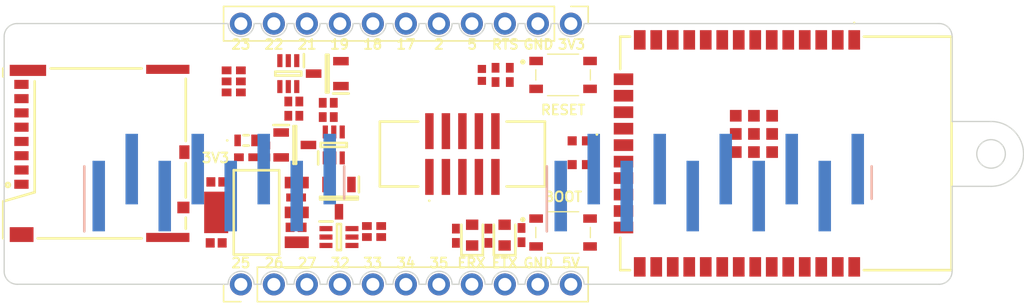
<source format=kicad_pcb>
(kicad_pcb (version 20211014) (generator pcbnew)
  (layers (0 "F.Cu" signal) (31 "B.Cu" signal) (34 "B.Paste" user) (35 "F.Paste" user) (36 "B.SilkS" user "B.Silkscreen") (37 "F.SilkS" user "F.Silkscreen") (38 "B.Mask" user) (39 "F.Mask" user) (44 "Edge.Cuts" user))
  (net 0 "")
  (net 1 "GND")
  (net 2 "RESET")
  (net 3 "+3V3")
  (net 4 "+5V")
  (net 5 "+LDO_3V3")
  (net 7 "GPIO39")
  (net 8 "GPIO34")
  (net 9 "GPIO35")
  (net 10 "GPIO32")
  (net 11 "GPIO33")
  (net 12 "GPIO25")
  (net 13 "GPIO26")
  (net 14 "GPIO27")
  (net 15 "TMS")
  (net 16 "TDI")
  (net 17 "TCK")
  (net 24 "TDO")
  (net 25 "GPIO02")
  (net 26 "Net-(IC1-Pad25)")
  (net 27 "GPIO04")
  (net 28 "GPIO16")
  (net 29 "GPIO17")
  (net 30 "GPIO05")
  (net 31 "GPIO18")
  (net 32 "GPIO19")
  (net 34 "GPIO21")
  (net 35 "TX")
  (net 36 "RX")
  (net 37 "GPIO22")
  (net 38 "GPIO23")
  (net 39 "Net-(IC2-Pad1)")
  (net 40 "+ext_3V3")
  (net 41 "Net-(IC4-Pad1)")
  (net 42 "Net-(IC5-Pad1)")
  (net 43 "+ext_5V")
  (net 44 "FLP_GPIO_0")
  (net 45 "GPIO36")
  (net 46 "GPIO017")
  (net 49 "Net-(J6-Pad2)")
  (net 50 "Net-(J6-Pad3)")
  (net 51 "Net-(J6-Pad5)")
  (net 54 "Net-(LED1-Pad3)")
  (net 55 "Net-(LED2-Pad2)")
  (net 56 "Net-(LED3-Pad2)")
  (net 57 "Net-(LED4-Pad1)")
  (net 58 "Net-(R7-Pad2)")
  (net 59 "Net-(R9-Pad2)")
  (net 60 "Net-(R11-Pad2)")
  (footprint "SamacSys_Parts:RESC1005X40N" (layer "F.Cu") (at 135.65 96.5 -90)
    (fp_text reference "R10" hide)
    (fp_text value "100K" hide)
    (pad "1" smd rect locked (at -0.55 0) (size 0.6 0.75) (layers "F.Cu" "F.Paste" "F.Mask") (net 1 "GND"))
    (pad "2" smd rect locked (at 0.55 0) (size 0.6 0.75) (layers "F.Cu" "F.Paste" "F.Mask") (net 41 "Net-(IC4-Pad1)"))
  )
  (footprint "SamacSys_Parts:RESC1005X40N" (layer "F.Cu") (at 129.75 100.15 180)
    (fp_text reference "R15" hide)
    (fp_text value "1K" hide)
    (pad "1" smd rect locked (at -0.55 0 270) (size 0.6 0.75) (layers "F.Cu" "F.Paste" "F.Mask") (net 3 "+3V3"))
    (pad "2" smd rect locked (at 0.55 0 270) (size 0.6 0.75) (layers "F.Cu" "F.Paste" "F.Mask") (net 57 "Net-(LED4-Pad1)"))
  )
  (footprint "SamacSys_Parts:RESC1005X40N" (layer "F.Cu") (at 150.95 106.15 -90)
    (fp_text reference "R6" hide)
    (fp_text value "10k" hide)
    (pad "1" smd rect locked (at -0.55 0) (size 0.6 0.75) (layers "F.Cu" "F.Paste" "F.Mask") (net 26 "Net-(IC1-Pad25)"))
    (pad "2" smd rect locked (at 0.55 0) (size 0.6 0.75) (layers "F.Cu" "F.Paste" "F.Mask") (net 3 "+3V3"))
  )
  (footprint "SamacSys_Parts:RESC1005X40N" (layer "F.Cu") (at 128.8 95.15 180)
    (fp_text reference "R5" hide)
    (fp_text value "1K" hide)
    (pad "1" smd rect locked (at -0.55 0 270) (size 0.6 0.75) (layers "F.Cu" "F.Paste" "F.Mask") (net 31 "GPIO18"))
    (pad "2" smd rect locked (at 0.55 0 270) (size 0.6 0.75) (layers "F.Cu" "F.Paste" "F.Mask") (net 51 "Net-(J6-Pad5)"))
  )
  (footprint "SamacSys_Parts:SOT96P240X120-3N" (layer "F.Cu") (at 136 93.7 180)
    (fp_text reference "IC2" hide)
    (fp_text value "DMP1045U-7" hide)
    (fp_line (start -0.1 1.45) (end -0.1 -1.45) (layer "F.SilkS") (width 0.2))
    (fp_line (start 0.1 1.45) (end -0.1 1.45) (layer "F.SilkS") (width 0.2))
    (fp_line (start -0.1 -1.45) (end 0.1 -1.45) (layer "F.SilkS") (width 0.2))
    (fp_line (start 0.1 -1.45) (end 0.1 1.45) (layer "F.SilkS") (width 0.2))
    (fp_line (start -1.65 -1.535) (end -0.45 -1.535) (layer "F.SilkS") (width 0.2))
    (pad "1" smd rect locked (at -1.05 -0.96 270) (size 0.65 1.2) (layers "F.Cu" "F.Paste" "F.Mask") (net 39 "Net-(IC2-Pad1)"))
    (pad "2" smd rect locked (at -1.05 0.96 270) (size 0.65 1.2) (layers "F.Cu" "F.Paste" "F.Mask") (net 3 "+3V3"))
    (pad "3" smd rect locked (at 1.05 0 270) (size 0.65 1.2) (layers "F.Cu" "F.Paste" "F.Mask") (net 40 "+ext_3V3"))
  )
  (footprint "SamacSys_Parts:SOT96P240X120-3N" (layer "F.Cu") (at 133.5 99.2)
    (fp_text reference "IC4" hide)
    (fp_text value "DMP1045U-7" hide)
    (fp_line (start 0.1 -1.45) (end 0.1 1.45) (layer "F.SilkS") (width 0.2))
    (fp_line (start 0.1 1.45) (end -0.1 1.45) (layer "F.SilkS") (width 0.2))
    (fp_line (start -0.1 -1.45) (end 0.1 -1.45) (layer "F.SilkS") (width 0.2))
    (fp_line (start -1.65 -1.535) (end -0.45 -1.535) (layer "F.SilkS") (width 0.2))
    (fp_line (start -0.1 1.45) (end -0.1 -1.45) (layer "F.SilkS") (width 0.2))
    (pad "1" smd rect locked (at -1.05 -0.96 90) (size 0.65 1.2) (layers "F.Cu" "F.Paste" "F.Mask") (net 41 "Net-(IC4-Pad1)"))
    (pad "2" smd rect locked (at -1.05 0.96 90) (size 0.65 1.2) (layers "F.Cu" "F.Paste" "F.Mask") (net 3 "+3V3"))
    (pad "3" smd rect locked (at 1.05 0 90) (size 0.65 1.2) (layers "F.Cu" "F.Paste" "F.Mask") (net 5 "+LDO_3V3"))
  )
  (footprint "Connector_PinHeader_2.54mm:PinHeader_1x11_P2.54mm_Vertical" (layer "F.Cu") (at 154.75 89.85 -90)
    (fp_text reference "J4" hide)
    (fp_text value "Conn_01x11" hide)
    (fp_line (start 1.33 1.27) (end 1.33 26.73) (layer "F.SilkS") (width 0.12))
    (fp_line (start -1.33 1.27) (end -1.33 26.73) (layer "F.SilkS") (width 0.12))
    (fp_line (start -1.33 26.73) (end 1.33 26.73) (layer "F.SilkS") (width 0.12))
    (fp_line (start -1.33 -1.33) (end 0 -1.33) (layer "F.SilkS") (width 0.12))
    (fp_line (start -1.33 1.27) (end 1.33 1.27) (layer "F.SilkS") (width 0.12))
    (fp_line (start -1.33 0) (end -1.33 -1.33) (layer "F.SilkS") (width 0.12))
    (pad "1" thru_hole circle (at 0 0 270) (size 1.7 1.7) (drill 1) (layers *.Cu *.Mask) (net 3 "+3V3"))
    (pad "2" thru_hole oval (at 0 2.54 270) (size 1.7 1.7) (drill 1) (layers *.Cu *.Mask) (net 1 "GND"))
    (pad "3" thru_hole oval (at 0 5.08 270) (size 1.7 1.7) (drill 1) (layers *.Cu *.Mask) (net 44 "FLP_GPIO_0"))
    (pad "4" thru_hole oval (at 0 7.62 270) (size 1.7 1.7) (drill 1) (layers *.Cu *.Mask) (net 30 "GPIO05"))
    (pad "5" thru_hole oval (at 0 10.16 270) (size 1.7 1.7) (drill 1) (layers *.Cu *.Mask) (net 25 "GPIO02"))
    (pad "6" thru_hole oval (at 0 12.7 270) (size 1.7 1.7) (drill 1) (layers *.Cu *.Mask) (net 29 "GPIO17"))
    (pad "7" thru_hole oval (at 0 15.24 270) (size 1.7 1.7) (drill 1) (layers *.Cu *.Mask) (net 31 "GPIO18"))
    (pad "8" thru_hole oval (at 0 17.78 270) (size 1.7 1.7) (drill 1) (layers *.Cu *.Mask) (net 32 "GPIO19"))
    (pad "9" thru_hole oval (at 0 20.32 270) (size 1.7 1.7) (drill 1) (layers *.Cu *.Mask) (net 34 "GPIO21"))
    (pad "10" thru_hole oval (at 0 22.86 270) (size 1.7 1.7) (drill 1) (layers *.Cu *.Mask) (net 37 "GPIO22"))
    (pad "11" thru_hole oval (at 0 25.4 270) (size 1.7 1.7) (drill 1) (layers *.Cu *.Mask) (net 38 "GPIO23"))
  )
  (footprint "SamacSys_Parts:CAPC1005X80N" (layer "F.Cu") (at 127.5 102.05)
    (fp_text reference "C2" hide)
    (fp_text value "22uF" hide)
    (pad "1" smd rect locked (at -0.46 0) (size 0.69 0.72) (layers "F.Cu" "F.Paste" "F.Mask") (net 1 "GND"))
    (pad "2" smd rect locked (at 0.46 0) (size 0.69 0.72) (layers "F.Cu" "F.Paste" "F.Mask") (net 3 "+3V3"))
  )
  (footprint "SamacSys_Parts:503398-1892" (layer "F.Cu") (at 111.06 106.4 90)
    (fp_text reference "J6" hide)
    (fp_text value "503398-1892" hide)
    (fp_line (start 0 0) (end 2.849 0) (layer "F.SilkS") (width 0.2))
    (fp_line (start 13.1 0) (end 12.474 0) (layer "F.SilkS") (width 0.2))
    (fp_line (start 7.5 14.05) (end 12.3 14.05) (layer "F.SilkS") (width 0.2))
    (fp_line (start 13.1 3.65) (end 13.1 10.65) (layer "F.SilkS") (width 0.2))
    (fp_line (start 3.15 14.05) (end 5.8 14.05) (layer "F.SilkS") (width 0.2))
    (fp_line (start 2.849 0) (end 3.554 2.42) (layer "F.SilkS") (width 0.2))
    (fp_line (start 0.74 14.05) (end 1.6 14.05) (layer "F.SilkS") (width 0.2))
    (fp_line (start 3.554 2.42) (end 12.109 2.42) (layer "F.SilkS") (width 0.2))
    (fp_line (start 0 2.65) (end 0 10.648) (layer "F.SilkS") (width 0.2))
    (fp_circle (center 4.116 0.356) (end 4.116 0.41057) (layer "F.SilkS") (width 0.2) (fill none))
    (pad "1" smd rect locked (at 4.17 1.4 90) (size 0.7 1.1) (layers "F.Cu" "F.Paste" "F.Mask"))
    (pad "2" smd rect locked (at 5.27 1.4 90) (size 0.7 1.1) (layers "F.Cu" "F.Paste" "F.Mask") (net 49 "Net-(J6-Pad2)"))
    (pad "3" smd rect locked (at 6.37 1.4 90) (size 0.7 1.1) (layers "F.Cu" "F.Paste" "F.Mask") (net 50 "Net-(J6-Pad3)"))
    (pad "4" smd rect locked (at 7.47 1.4 90) (size 0.7 1.1) (layers "F.Cu" "F.Paste" "F.Mask") (net 3 "+3V3"))
    (pad "5" smd rect locked (at 8.57 1.4 90) (size 0.7 1.1) (layers "F.Cu" "F.Paste" "F.Mask") (net 51 "Net-(J6-Pad5)"))
    (pad "6" smd rect locked (at 9.67 1.4 90) (size 0.7 1.1) (layers "F.Cu" "F.Paste" "F.Mask") (net 1 "GND"))
    (pad "7" smd rect locked (at 10.77 1.4 90) (size 0.7 1.1) (layers "F.Cu" "F.Paste" "F.Mask") (net 32 "GPIO19"))
    (pad "8" smd rect locked (at 11.87 1.4 90) (size 0.7 1.1) (layers "F.Cu" "F.Paste" "F.Mask"))
    (pad "9" smd rect locked (at 2.38 13.865 90) (size 0.9 0.93) (layers "F.Cu" "F.Paste" "F.Mask") (net 1 "GND"))
    (pad "10" smd rect locked (at 6.645 13.94 180) (size 0.78 1.05) (layers "F.Cu" "F.Paste" "F.Mask") (net 1 "GND"))
    (pad "11" smd rect locked (at 13.03 12.665 90) (size 0.7 3.33) (layers "F.Cu" "F.Paste" "F.Mask"))
    (pad "12" smd rect locked (at 12.95 1.9 90) (size 0.86 2.8) (layers "F.Cu" "F.Paste" "F.Mask"))
    (pad "13" smd rect locked (at 0.29 1.415 90) (size 1.14 1.83) (layers "F.Cu" "F.Paste" "F.Mask"))
    (pad "14" smd rect locked (at 0.07 12.665 90) (size 0.7 3.33) (layers "F.Cu" "F.Paste" "F.Mask"))
  )
  (footprint "SamacSys_Parts:WS2812B2020" (layer "F.Cu") (at 155.4 99.8 90)
    (fp_text reference "LED1" hide)
    (fp_text value "WS2812B-2020" hide)
    (fp_line (start 1.4 1.3) (end 1.4 1.3) (layer "F.SilkS") (width 0.1))
    (fp_line (start 1.4 1.4) (end 1.4 1.4) (layer "F.SilkS") (width 0.1))
    (fp_arc (start 1.4 1.3) (mid 1.45 1.35) (end 1.4 1.4) (layer "F.SilkS") (width 0.1))
    (fp_arc (start 1.4 1.4) (mid 1.35 1.35) (end 1.4 1.3) (layer "F.SilkS") (width 0.1))
    (pad "1" smd rect locked (at 0.915 0.55 180) (size 0.7 0.7) (layers "F.Cu" "F.Paste" "F.Mask"))
    (pad "2" smd rect locked (at 0.915 -0.55 180) (size 0.7 0.7) (layers "F.Cu" "F.Paste" "F.Mask") (net 1 "GND"))
    (pad "3" smd rect locked (at -0.915 -0.55 180) (size 0.7 0.7) (layers "F.Cu" "F.Paste" "F.Mask") (net 54 "Net-(LED1-Pad3)"))
    (pad "4" smd rect locked (at -0.915 0.55 180) (size 0.7 0.7) (layers "F.Cu" "F.Paste" "F.Mask") (net 4 "+5V"))
  )
  (footprint "SamacSys_Parts:RESC1005X40N" (layer "F.Cu") (at 128.8 93.45 180)
    (fp_text reference "R4" hide)
    (fp_text value "1K" hide)
    (pad "1" smd rect locked (at -0.55 0 270) (size 0.6 0.75) (layers "F.Cu" "F.Paste" "F.Mask") (net 38 "GPIO23"))
    (pad "2" smd rect locked (at 0.55 0 270) (size 0.6 0.75) (layers "F.Cu" "F.Paste" "F.Mask") (net 50 "Net-(J6-Pad3)"))
  )
  (footprint "SamacSys_Parts:CAPC1005X70N" (layer "F.Cu") (at 133.6 105.55)
    (fp_text reference "C6" hide)
    (fp_text value "10uF" hide)
    (pad "1" smd rect locked (at -0.46 0) (size 0.69 0.72) (layers "F.Cu" "F.Paste" "F.Mask") (net 1 "GND"))
    (pad "2" smd rect locked (at 0.46 0) (size 0.69 0.72) (layers "F.Cu" "F.Paste" "F.Mask") (net 4 "+5V"))
  )
  (footprint "SamacSys_Parts:ESP32WROOM32EN4" (layer "F.Cu") (at 171.3 99.85 -90)
    (fp_text reference "IC1" hide)
    (fp_text value "ESP32-WROOM-32E-N4" hide)
    (fp_line (start -10 -5.26) (end -10 -5.26) (layer "F.SilkS") (width 0.1))
    (fp_line (start -9 12.75) (end -9 12) (layer "F.SilkS") (width 0.2))
    (fp_line (start -9 -6) (end -9 -12.75) (layer "F.SilkS") (width 0.2))
    (fp_line (start 9 -12.75) (end 9 -6) (layer "F.SilkS") (width 0.2))
    (fp_line (start 9 12.75) (end 6.5 12.75) (layer "F.SilkS") (width 0.2))
    (fp_line (start -9 -12.75) (end 9 -12.75) (layer "F.SilkS") (width 0.2))
    (fp_line (start 9 12) (end 9 12.75) (layer "F.SilkS") (width 0.2))
    (fp_line (start -6.5 12.75) (end -9 12.75) (layer "F.SilkS") (width 0.2))
    (fp_line (start -10.1 -5.26) (end -10.1 -5.26) (layer "F.SilkS") (width 0.1))
    (fp_arc (start -10 -5.26) (mid -10.05 -5.21) (end -10.1 -5.26) (layer "F.SilkS") (width 0.1))
    (fp_arc (start -10.1 -5.26) (mid -10.05 -5.31) (end -10 -5.26) (layer "F.SilkS") (width 0.1))
    (pad "1" smd rect locked (at -8.75 -5.26) (size 0.9 1.5) (layers "F.Cu" "F.Paste" "F.Mask") (net 1 "GND"))
    (pad "2" smd rect locked (at -8.75 -3.99) (size 0.9 1.5) (layers "F.Cu" "F.Paste" "F.Mask") (net 3 "+3V3"))
    (pad "3" smd rect locked (at -8.75 -2.72) (size 0.9 1.5) (layers "F.Cu" "F.Paste" "F.Mask") (net 2 "RESET"))
    (pad "4" smd rect locked (at -8.75 -1.45) (size 0.9 1.5) (layers "F.Cu" "F.Paste" "F.Mask"))
    (pad "5" smd rect locked (at -8.75 -0.18) (size 0.9 1.5) (layers "F.Cu" "F.Paste" "F.Mask") (net 7 "GPIO39"))
    (pad "6" smd rect locked (at -8.75 1.09) (size 0.9 1.5) (layers "F.Cu" "F.Paste" "F.Mask") (net 8 "GPIO34"))
    (pad "7" smd rect locked (at -8.75 2.36) (size 0.9 1.5) (layers "F.Cu" "F.Paste" "F.Mask") (net 9 "GPIO35"))
    (pad "8" smd rect locked (at -8.75 3.63) (size 0.9 1.5) (layers "F.Cu" "F.Paste" "F.Mask") (net 10 "GPIO32"))
    (pad "9" smd rect locked (at -8.75 4.9) (size 0.9 1.5) (layers "F.Cu" "F.Paste" "F.Mask") (net 11 "GPIO33"))
    (pad "10" smd rect locked (at -8.75 6.17) (size 0.9 1.5) (layers "F.Cu" "F.Paste" "F.Mask") (net 12 "GPIO25"))
    (pad "11" smd rect locked (at -8.75 7.44) (size 0.9 1.5) (layers "F.Cu" "F.Paste" "F.Mask") (net 13 "GPIO26"))
    (pad "12" smd rect locked (at -8.75 8.71) (size 0.9 1.5) (layers "F.Cu" "F.Paste" "F.Mask") (net 14 "GPIO27"))
    (pad "13" smd rect locked (at -8.75 9.98) (size 0.9 1.5) (layers "F.Cu" "F.Paste" "F.Mask") (net 15 "TMS"))
    (pad "14" smd rect locked (at -8.75 11.25) (size 0.9 1.5) (layers "F.Cu" "F.Paste" "F.Mask") (net 16 "TDI"))
    (pad "15" smd rect locked (at -5.715 12.5 270) (size 0.9 1.5) (layers "F.Cu" "F.Paste" "F.Mask") (net 1 "GND"))
    (pad "16" smd rect locked (at -4.445 12.5 270) (size 0.9 1.5) (layers "F.Cu" "F.Paste" "F.Mask") (net 17 "TCK"))
    (pad "17" smd rect locked (at -3.175 12.5 270) (size 0.9 1.5) (layers "F.Cu" "F.Paste" "F.Mask"))
    (pad "18" smd rect locked (at -1.905 12.5 270) (size 0.9 1.5) (layers "F.Cu" "F.Paste" "F.Mask"))
    (pad "19" smd rect locked (at -0.635 12.5 270) (size 0.9 1.5) (layers "F.Cu" "F.Paste" "F.Mask"))
    (pad "20" smd rect locked (at 0.635 12.5 270) (size 0.9 1.5) (layers "F.Cu" "F.Paste" "F.Mask"))
    (pad "21" smd rect locked (at 1.905 12.5 270) (size 0.9 1.5) (layers "F.Cu" "F.Paste" "F.Mask"))
    (pad "22" smd rect locked (at 3.175 12.5 270) (size 0.9 1.5) (layers "F.Cu" "F.Paste" "F.Mask"))
    (pad "23" smd rect locked (at 4.445 12.5 270) (size 0.9 1.5) (layers "F.Cu" "F.Paste" "F.Mask") (net 24 "TDO"))
    (pad "24" smd rect locked (at 5.715 12.5 270) (size 0.9 1.5) (layers "F.Cu" "F.Paste" "F.Mask") (net 25 "GPIO02"))
    (pad "25" smd rect locked (at 8.75 11.25) (size 0.9 1.5) (layers "F.Cu" "F.Paste" "F.Mask") (net 26 "Net-(IC1-Pad25)"))
    (pad "26" smd rect locked (at 8.75 9.98) (size 0.9 1.5) (layers "F.Cu" "F.Paste" "F.Mask") (net 27 "GPIO04"))
    (pad "27" smd rect locked (at 8.75 8.71) (size 0.9 1.5) (layers "F.Cu" "F.Paste" "F.Mask") (net 28 "GPIO16"))
    (pad "28" smd rect locked (at 8.75 7.44) (size 0.9 1.5) (layers "F.Cu" "F.Paste" "F.Mask") (net 29 "GPIO17"))
    (pad "29" smd rect locked (at 8.75 6.17) (size 0.9 1.5) (layers "F.Cu" "F.Paste" "F.Mask") (net 30 "GPIO05"))
    (pad "30" smd rect locked (at 8.75 4.9) (size 0.9 1.5) (layers "F.Cu" "F.Paste" "F.Mask") (net 31 "GPIO18"))
    (pad "31" smd rect locked (at 8.75 3.63) (size 0.9 1.5) (layers "F.Cu" "F.Paste" "F.Mask") (net 32 "GPIO19"))
    (pad "32" smd rect locked (at 8.75 2.36) (size 0.9 1.5) (layers "F.Cu" "F.Paste" "F.Mask"))
    (pad "33" smd rect locked (at 8.75 1.09) (size 0.9 1.5) (layers "F.Cu" "F.Paste" "F.Mask") (net 34 "GPIO21"))
    (pad "34" smd rect locked (at 8.75 -0.18) (size 0.9 1.5) (layers "F.Cu" "F.Paste" "F.Mask") (net 35 "TX"))
    (pad "35" smd rect locked (at 8.75 -1.45) (size 0.9 1.5) (layers "F.Cu" "F.Paste" "F.Mask") (net 36 "RX"))
    (pad "36" smd rect locked (at 8.75 -2.72) (size 0.9 1.5) (layers "F.Cu" "F.Paste" "F.Mask") (net 37 "GPIO22"))
    (pad "37" smd rect locked (at 8.75 -3.99) (size 0.9 1.5) (layers "F.Cu" "F.Paste" "F.Mask") (net 38 "GPIO23"))
    (pad "38" smd rect locked (at 8.75 -5.26) (size 0.9 1.5) (layers "F.Cu" "F.Paste" "F.Mask") (net 1 "GND"))
    (pad "39" smd rect locked (at -2.9 1.06) (size 0.9 0.9) (layers "F.Cu" "F.Paste" "F.Mask") (net 1 "GND"))
    (pad "40" smd rect locked (at -2.9 2.46) (size 0.9 0.9) (layers "F.Cu" "F.Paste" "F.Mask") (net 1 "GND"))
    (pad "41" smd rect locked (at -2.9 3.86) (size 0.9 0.9) (layers "F.Cu" "F.Paste" "F.Mask") (net 1 "GND"))
    (pad "42" smd rect locked (at -1.5 3.86) (size 0.9 0.9) (layers "F.Cu" "F.Paste" "F.Mask") (net 1 "GND"))
    (pad "43" smd rect locked (at -0.1 3.86) (size 0.9 0.9) (layers "F.Cu" "F.Paste" "F.Mask") (net 1 "GND"))
    (pad "44" smd rect locked (at -0.1 2.46) (size 0.9 0.9) (layers "F.Cu" "F.Paste" "F.Mask") (net 1 "GND"))
    (pad "45" smd rect locked (at -0.1 1.06) (size 0.9 0.9) (layers "F.Cu" "F.Paste" "F.Mask") (net 1 "GND"))
    (pad "46" smd rect locked (at -1.5 1.06) (size 0.9 0.9) (layers "F.Cu" "F.Paste" "F.Mask") (net 1 "GND"))
    (pad "47" smd rect locked (at -1.5 2.46) (size 0.9 0.9) (layers "F.Cu" "F.Paste" "F.Mask") (net 1 "GND"))
  )
  (footprint "SamacSys_Parts:19217R6CAL1M2VY3T" (layer "F.Cu") (at 129.75 98.85 180)
    (fp_text reference "LED4" hide)
    (fp_text value "3V3" hide)
    (fp_line (start 1.4 0) (end 1.4 0) (layer "F.SilkS") (width 0.1))
    (fp_line (start 0.2 -0.4) (end -0.2 -0.4) (layer "F.SilkS") (width 0.2))
    (fp_line (start 0.2 0.4) (end -0.2 0.4) (layer "F.SilkS") (width 0.2))
    (fp_line (start 1.5 0) (end 1.5 0) (layer "F.SilkS") (width 0.1))
    (fp_arc (start 1.5 0) (mid 1.45 0.05) (end 1.4 0) (layer "F.SilkS") (width 0.1))
    (fp_arc (start 1.4 0) (mid 1.45 -0.05) (end 1.5 0) (layer "F.SilkS") (width 0.1))
    (pad "1" smd rect locked (at 0.65 0 180) (size 0.5 0.9) (layers "F.Cu" "F.Paste" "F.Mask") (net 57 "Net-(LED4-Pad1)"))
    (pad "2" smd rect locked (at -0.65 0 180) (size 0.5 0.9) (layers "F.Cu" "F.Paste" "F.Mask") (net 1 "GND"))
  )
  (footprint "SamacSys_Parts:RESC1005X40N" (layer "F.Cu") (at 150.05 93.8 -90)
    (fp_text reference "R2" hide)
    (fp_text value "220" hide)
    (pad "1" smd rect locked (at -0.55 0) (size 0.6 0.75) (layers "F.Cu" "F.Paste" "F.Mask") (net 28 "GPIO16"))
    (pad "2" smd rect locked (at 0.55 0) (size 0.6 0.75) (layers "F.Cu" "F.Paste" "F.Mask") (net 54 "Net-(LED1-Pad3)"))
  )
  (footprint "SamacSys_Parts:322010030000" (layer "F.Cu") (at 146.4 99.9)
    (fp_text reference "J1" hide)
    (fp_text value "3220-10-0300-00" hide)
    (fp_line (start -3.4 -2.5) (end -6.35 -2.5) (layer "F.SilkS") (width 0.2))
    (fp_line (start 6.35 -2.5) (end 6.35 2.5) (layer "F.SilkS") (width 0.2))
    (fp_line (start 3.4 -2.5) (end 6.35 -2.5) (layer "F.SilkS") (width 0.2))
    (fp_line (start -2.6 3.6) (end -2.6 3.6) (layer "F.SilkS") (width 0.1))
    (fp_line (start -6.35 -2.5) (end -6.35 2.5) (layer "F.SilkS") (width 0.2))
    (fp_line (start 6.35 2.5) (end 3.4 2.5) (layer "F.SilkS") (width 0.2))
    (fp_line (start -2.5 3.6) (end -2.5 3.6) (layer "F.SilkS") (width 0.1))
    (fp_line (start -6.35 2.5) (end -3.4 2.5) (layer "F.SilkS") (width 0.2))
    (fp_arc (start -2.6 3.6) (mid -2.55 3.55) (end -2.5 3.6) (layer "F.SilkS") (width 0.1))
    (fp_arc (start -2.5 3.6) (mid -2.55 3.65) (end -2.6 3.6) (layer "F.SilkS") (width 0.1))
    (pad "1" smd rect locked (at -2.54 1.765) (size 0.65 2.77) (layers "F.Cu" "F.Paste" "F.Mask") (net 3 "+3V3"))
    (pad "2" smd rect locked (at -2.54 -1.765) (size 0.65 2.77) (layers "F.Cu" "F.Paste" "F.Mask") (net 15 "TMS"))
    (pad "3" smd rect locked (at -1.27 1.765) (size 0.65 2.77) (layers "F.Cu" "F.Paste" "F.Mask") (net 1 "GND"))
    (pad "4" smd rect locked (at -1.27 -1.765) (size 0.65 2.77) (layers "F.Cu" "F.Paste" "F.Mask") (net 17 "TCK"))
    (pad "5" smd rect locked (at 0 1.765) (size 0.65 2.77) (layers "F.Cu" "F.Paste" "F.Mask") (net 1 "GND"))
    (pad "6" smd rect locked (at 0 -1.765) (size 0.65 2.77) (layers "F.Cu" "F.Paste" "F.Mask") (net 24 "TDO"))
    (pad "7" smd rect locked (at 1.27 1.765) (size 0.65 2.77) (layers "F.Cu" "F.Paste" "F.Mask") (net 1 "GND"))
    (pad "8" smd rect locked (at 1.27 -1.765) (size 0.65 2.77) (layers "F.Cu" "F.Paste" "F.Mask") (net 16 "TDI"))
    (pad "9" smd rect locked (at 2.54 1.765) (size 0.65 2.77) (layers "F.Cu" "F.Paste" "F.Mask") (net 1 "GND"))
    (pad "10" smd rect locked (at 2.54 -1.765) (size 0.65 2.77) (layers "F.Cu" "F.Paste" "F.Mask") (net 2 "RESET"))
  )
  (footprint "SamacSys_Parts:CAPC1005X80N" (layer "F.Cu") (at 127.45 106.75)
    (fp_text reference "C5" hide)
    (fp_text value "22uF" hide)
    (pad "1" smd rect locked (at -0.46 0) (size 0.69 0.72) (layers "F.Cu" "F.Paste" "F.Mask") (net 1 "GND"))
    (pad "2" smd rect locked (at 0.46 0) (size 0.69 0.72) (layers "F.Cu" "F.Paste" "F.Mask") (net 5 "+LDO_3V3"))
  )
  (footprint "SamacSys_Parts:SOT96P240X120-3N" (layer "F.Cu") (at 136.9 103.3 -90)
    (fp_text reference "IC5" hide)
    (fp_text value "DMP1045U-7" hide)
    (fp_line (start -0.1 1.45) (end -0.1 -1.45) (layer "F.SilkS") (width 0.2))
    (fp_line (start 0.1 1.45) (end -0.1 1.45) (layer "F.SilkS") (width 0.2))
    (fp_line (start -0.1 -1.45) (end 0.1 -1.45) (layer "F.SilkS") (width 0.2))
    (fp_line (start 0.1 -1.45) (end 0.1 1.45) (layer "F.SilkS") (width 0.2))
    (fp_line (start -1.65 -1.535) (end -0.45 -1.535) (layer "F.SilkS") (width 0.2))
    (pad "1" smd rect locked (at -1.05 -0.96) (size 0.65 1.2) (layers "F.Cu" "F.Paste" "F.Mask") (net 42 "Net-(IC5-Pad1)"))
    (pad "2" smd rect locked (at -1.05 0.96) (size 0.65 1.2) (layers "F.Cu" "F.Paste" "F.Mask") (net 4 "+5V"))
    (pad "3" smd rect locked (at 1.05 0) (size 0.65 1.2) (layers "F.Cu" "F.Paste" "F.Mask") (net 43 "+ext_5V"))
  )
  (footprint "SamacSys_Parts:LEDC1608X50N" (layer "F.Cu") (at 149.65 106.15 90)
    (fp_text reference "LED2" hide)
    (fp_text value "TX" hide)
    (fp_line (start -1.55 0.825) (end 0.8 0.825) (layer "F.SilkS") (width 0.2))
    (fp_line (start -1.55 -0.825) (end -1.55 0.825) (layer "F.SilkS") (width 0.2))
    (fp_line (start 0.8 -0.825) (end -1.55 -0.825) (layer "F.SilkS") (width 0.2))
    (pad "1" smd rect locked (at -0.8 0 90) (size 0.8 0.95) (layers "F.Cu" "F.Paste" "F.Mask") (net 36 "RX"))
    (pad "2" smd rect locked (at 0.8 0 90) (size 0.8 0.95) (layers "F.Cu" "F.Paste" "F.Mask") (net 55 "Net-(LED2-Pad2)"))
  )
  (footprint "SamacSys_Parts:SKRPABE010" (layer "F.Cu") (at 154.15 105.95)
    (fp_text reference "S2" hide)
    (fp_text value "SKRPABE010" hide)
    (fp_line (start -2.1 -0.4) (end -2.1 0.4) (layer "F.SilkS") (width 0.1))
    (fp_line (start -3 -1) (end -3 -1) (layer "F.SilkS") (width 0.1))
    (fp_line (start -3.2 -1) (end -3.2 -1) (layer "F.SilkS") (width 0.2))
    (fp_line (start -3 -1) (end -3 -1) (layer "F.SilkS") (width 0.2))
    (fp_line (start 2.1 -0.4) (end 2.1 0.4) (layer "F.SilkS") (width 0.1))
    (fp_line (start -1.2 -1.6) (end 1.2 -1.6) (layer "F.SilkS") (width 0.1))
    (fp_line (start -1.2 1.6) (end 1.2 1.6) (layer "F.SilkS") (width 0.1))
    (fp_arc (start -3.2 -1) (mid -3.1 -1.1) (end -3 -1) (layer "F.SilkS") (width 0.2))
    (fp_arc (start -3 -1) (mid -3.1 -0.9) (end -3.2 -1) (layer "F.SilkS") (width 0.2))
    (pad "1" smd rect locked (at -2.075 -1.075 90) (size 0.65 1.05) (layers "F.Cu" "F.Paste" "F.Mask") (net 26 "Net-(IC1-Pad25)"))
    (pad "2" smd rect locked (at 2.075 -1.075 90) (size 0.65 1.05) (layers "F.Cu" "F.Paste" "F.Mask"))
    (pad "3" smd rect locked (at -2.075 1.075 90) (size 0.65 1.05) (layers "F.Cu" "F.Paste" "F.Mask"))
    (pad "4" smd rect locked (at 2.075 1.075 90) (size 0.65 1.05) (layers "F.Cu" "F.Paste" "F.Mask") (net 1 "GND"))
  )
  (footprint "SamacSys_Parts:CAPC1005X55N" (layer "F.Cu") (at 133.6 103.25)
    (fp_text reference "C4" hide)
    (fp_text value "100nF" hide)
    (pad "1" smd rect locked (at -0.46 0) (size 0.6 0.62) (layers "F.Cu" "F.Paste" "F.Mask") (net 1 "GND"))
    (pad "2" smd rect locked (at 0.46 0) (size 0.6 0.62) (layers "F.Cu" "F.Paste" "F.Mask") (net 4 "+5V"))
  )
  (footprint "SamacSys_Parts:SOT230P700X180-4N" (layer "F.Cu") (at 130.55 104.4 180)
    (fp_text reference "IC3" hide)
    (fp_text value "AZ1117H-3.3TRE1" hide)
    (fp_line (start 1.75 3.25) (end -1.75 3.25) (layer "F.SilkS") (width 0.2))
    (fp_line (start -4.025 -4.25) (end -2.175 -4.25) (layer "F.SilkS") (width 0.2))
    (fp_line (start -1.75 -3.25) (end 1.75 -3.25) (layer "F.SilkS") (width 0.2))
    (fp_line (start -1.75 3.25) (end -1.75 -3.25) (layer "F.SilkS") (width 0.2))
    (fp_line (start 1.75 -3.25) (end 1.75 3.25) (layer "F.SilkS") (width 0.2))
    (pad "1" smd rect locked (at -3.1 -2.3 270) (size 0.9 1.85) (layers "F.Cu" "F.Paste" "F.Mask") (net 1 "GND"))
    (pad "2" smd rect locked (at -3.1 0 270) (size 0.9 1.85) (layers "F.Cu" "F.Paste" "F.Mask") (net 5 "+LDO_3V3"))
    (pad "3" smd rect locked (at -3.1 2.3 270) (size 0.9 1.85) (layers "F.Cu" "F.Paste" "F.Mask") (net 4 "+5V"))
    (pad "4" smd rect locked (at 3.1 0 180) (size 1.85 3.2) (layers "F.Cu" "F.Paste" "F.Mask") (net 5 "+LDO_3V3"))
  )
  (footprint "SamacSys_Parts:CAPC1005X55N" (layer "F.Cu") (at 131.3 99.7 -90)
    (fp_text reference "C3" hide)
    (fp_text value "100n" hide)
    (pad "1" smd rect locked (at -0.46 0 270) (size 0.6 0.62) (layers "F.Cu" "F.Paste" "F.Mask") (net 1 "GND"))
    (pad "2" smd rect locked (at 0.46 0 270) (size 0.6 0.62) (layers "F.Cu" "F.Paste" "F.Mask") (net 3 "+3V3"))
  )
  (footprint "SamacSys_Parts:SOT65P210X110-6N" (layer "F.Cu") (at 136.9 106.3)
    (fp_text reference "U3" hide)
    (fp_text value "MMDT2907A-7-F" hide)
    (fp_line (start 0.15 1) (end -0.15 1) (layer "F.SilkS") (width 0.2))
    (fp_line (start -0.15 -1) (end 0.15 -1) (layer "F.SilkS") (width 0.2))
    (fp_line (start -1.5 -1.2) (end -0.5 -1.2) (layer "F.SilkS") (width 0.2))
    (fp_line (start -0.15 1) (end -0.15 -1) (layer "F.SilkS") (width 0.2))
    (fp_line (start 0.15 -1) (end 0.15 1) (layer "F.SilkS") (width 0.2))
    (pad "1" smd rect locked (at -1 -0.65 90) (size 0.4 1) (layers "F.Cu" "F.Paste" "F.Mask") (net 4 "+5V"))
    (pad "2" smd rect locked (at -1 0 90) (size 0.4 1) (layers "F.Cu" "F.Paste" "F.Mask") (net 60 "Net-(R11-Pad2)"))
    (pad "3" smd rect locked (at -1 0.65 90) (size 0.4 1) (layers "F.Cu" "F.Paste" "F.Mask") (net 60 "Net-(R11-Pad2)"))
    (pad "4" smd rect locked (at 1 0.65 90) (size 0.4 1) (layers "F.Cu" "F.Paste" "F.Mask") (net 43 "+ext_5V"))
    (pad "5" smd rect locked (at 1 0 90) (size 0.4 1) (layers "F.Cu" "F.Paste" "F.Mask") (net 60 "Net-(R11-Pad2)"))
    (pad "6" smd rect locked (at 1 -0.65 90) (size 0.4 1) (layers "F.Cu" "F.Paste" "F.Mask") (net 42 "Net-(IC5-Pad1)"))
  )
  (footprint "SamacSys_Parts:SKRPABE010" (layer "F.Cu") (at 154.15 93.8)
    (fp_text reference "S1" hide)
    (fp_text value "SKRPABE010" hide)
    (fp_line (start -1.2 -1.6) (end 1.2 -1.6) (layer "F.SilkS") (width 0.1))
    (fp_line (start 2.1 -0.4) (end 2.1 0.4) (layer "F.SilkS") (width 0.1))
    (fp_line (start -3 -1) (end -3 -1) (layer "F.SilkS") (width 0.1))
    (fp_line (start -2.1 -0.4) (end -2.1 0.4) (layer "F.SilkS") (width 0.1))
    (fp_line (start -3 -1) (end -3 -1) (layer "F.SilkS") (width 0.2))
    (fp_line (start -1.2 1.6) (end 1.2 1.6) (layer "F.SilkS") (width 0.1))
    (fp_line (start -3.2 -1) (end -3.2 -1) (layer "F.SilkS") (width 0.2))
    (fp_arc (start -3 -1) (mid -3.1 -0.9) (end -3.2 -1) (layer "F.SilkS") (width 0.2))
    (fp_arc (start -3.2 -1) (mid -3.1 -1.1) (end -3 -1) (layer "F.SilkS") (width 0.2))
    (pad "1" smd rect locked (at -2.075 -1.075 90) (size 0.65 1.05) (layers "F.Cu" "F.Paste" "F.Mask") (net 2 "RESET"))
    (pad "2" smd rect locked (at 2.075 -1.075 90) (size 0.65 1.05) (layers "F.Cu" "F.Paste" "F.Mask"))
    (pad "3" smd rect locked (at -2.075 1.075 90) (size 0.65 1.05) (layers "F.Cu" "F.Paste" "F.Mask"))
    (pad "4" smd rect locked (at 2.075 1.075 90) (size 0.65 1.05) (layers "F.Cu" "F.Paste" "F.Mask") (net 1 "GND"))
  )
  (footprint "SamacSys_Parts:RESC1005X40N" (layer "F.Cu") (at 148.95 93.8 90)
    (fp_text reference "R1" hide)
    (fp_text value "10k" hide)
    (pad "1" smd rect locked (at -0.55 0 180) (size 0.6 0.75) (layers "F.Cu" "F.Paste" "F.Mask") (net 2 "RESET"))
    (pad "2" smd rect locked (at 0.55 0 180) (size 0.6 0.75) (layers "F.Cu" "F.Paste" "F.Mask") (net 3 "+3V3"))
  )
  (footprint "SamacSys_Parts:RESC1005X40N" (layer "F.Cu") (at 133.85 96.4 90)
    (fp_text reference "R8" hide)
    (fp_text value "100K" hide)
    (pad "1" smd rect locked (at -0.55 0 180) (size 0.6 0.75) (layers "F.Cu" "F.Paste" "F.Mask") (net 1 "GND"))
    (pad "2" smd rect locked (at 0.55 0 180) (size 0.6 0.75) (layers "F.Cu" "F.Paste" "F.Mask") (net 39 "Net-(IC2-Pad1)"))
  )
  (footprint "Connector_PinHeader_2.54mm:PinHeader_1x11_P2.54mm_Vertical" (layer "F.Cu") (at 129.35 109.95 90)
    (fp_text reference "J5" hide)
    (fp_text value "Conn_01x11" hide)
    (fp_line (start -1.33 1.27) (end 1.33 1.27) (layer "F.SilkS") (width 0.12))
    (fp_line (start -1.33 0) (end -1.33 -1.33) (layer "F.SilkS") (width 0.12))
    (fp_line (start -1.33 -1.33) (end 0 -1.33) (layer "F.SilkS") (width 0.12))
    (fp_line (start 1.33 1.27) (end 1.33 26.73) (layer "F.SilkS") (width 0.12))
    (fp_line (start -1.33 26.73) (end 1.33 26.73) (layer "F.SilkS") (width 0.12))
    (fp_line (start -1.33 1.27) (end -1.33 26.73) (layer "F.SilkS") (width 0.12))
    (pad "1" thru_hole circle (at 0 0 90) (size 1.7 1.7) (drill 1) (layers *.Cu *.Mask) (net 12 "GPIO25"))
    (pad "2" thru_hole oval (at 0 2.54 90) (size 1.7 1.7) (drill 1) (layers *.Cu *.Mask) (net 13 "GPIO26"))
    (pad "3" thru_hole oval (at 0 5.08 90) (size 1.7 1.7) (drill 1) (layers *.Cu *.Mask) (net 14 "GPIO27"))
    (pad "4" thru_hole oval (at 0 7.62 90) (size 1.7 1.7) (drill 1) (layers *.Cu *.Mask) (net 10 "GPIO32"))
    (pad "5" thru_hole oval (at 0 10.16 90) (size 1.7 1.7) (drill 1) (layers *.Cu *.Mask) (net 11 "GPIO33"))
    (pad "6" thru_hole oval (at 0 12.7 90) (size 1.7 1.7) (drill 1) (layers *.Cu *.Mask) (net 8 "GPIO34"))
    (pad "7" thru_hole oval (at 0 15.24 90) (size 1.7 1.7) (drill 1) (layers *.Cu *.Mask) (net 9 "GPIO35"))
    (pad "8" thru_hole oval (at 0 17.78 90) (size 1.7 1.7) (drill 1) (layers *.Cu *.Mask) (net 35 "TX"))
    (pad "9" thru_hole oval (at 0 20.32 90) (size 1.7 1.7) (drill 1) (layers *.Cu *.Mask) (net 36 "RX"))
    (pad "10" thru_hole oval (at 0 22.86 90) (size 1.7 1.7) (drill 1) (layers *.Cu *.Mask) (net 1 "GND"))
    (pad "11" thru_hole oval (at 0 25.4 90) (size 1.7 1.7) (drill 1) (layers *.Cu *.Mask) (net 4 "+5V"))
  )
  (footprint "SamacSys_Parts:RESC1005X40N" (layer "F.Cu") (at 139.6 105.45 180)
    (fp_text reference "R12" hide)
    (fp_text value "100K" hide)
    (pad "1" smd rect locked (at -0.55 0 270) (size 0.6 0.75) (layers "F.Cu" "F.Paste" "F.Mask") (net 1 "GND"))
    (pad "2" smd rect locked (at 0.55 0 270) (size 0.6 0.75) (layers "F.Cu" "F.Paste" "F.Mask") (net 42 "Net-(IC5-Pad1)"))
  )
  (footprint "SamacSys_Parts:CAPC1005X60N" (layer "F.Cu") (at 147.9 93.8 -90)
    (fp_text reference "C1" hide)
    (fp_text value "1u" hide)
    (pad "1" smd rect locked (at -0.46 0 270) (size 0.62 0.64) (layers "F.Cu" "F.Paste" "F.Mask") (net 1 "GND"))
    (pad "2" smd rect locked (at 0.46 0 270) (size 0.62 0.64) (layers "F.Cu" "F.Paste" "F.Mask") (net 2 "RESET"))
  )
  (footprint "SamacSys_Parts:RESC1005X40N" (layer "F.Cu") (at 139.6 106.3 180)
    (fp_text reference "R11" hide)
    (fp_text value "100K" hide)
    (pad "1" smd rect locked (at -0.55 0 270) (size 0.6 0.75) (layers "F.Cu" "F.Paste" "F.Mask") (net 1 "GND"))
    (pad "2" smd rect locked (at 0.55 0 270) (size 0.6 0.75) (layers "F.Cu" "F.Paste" "F.Mask") (net 60 "Net-(R11-Pad2)"))
  )
  (footprint "SamacSys_Parts:RESC1005X40N" (layer "F.Cu") (at 148.4 106.2 -90)
    (fp_text reference "R13" hide)
    (fp_text value "1K" hide)
    (pad "1" smd rect locked (at -0.55 0) (size 0.6 0.75) (layers "F.Cu" "F.Paste" "F.Mask") (net 3 "+3V3"))
    (pad "2" smd rect locked (at 0.55 0) (size 0.6 0.75) (layers "F.Cu" "F.Paste" "F.Mask") (net 55 "Net-(LED2-Pad2)"))
  )
  (footprint "SamacSys_Parts:RESC1005X40N" (layer "F.Cu") (at 145.9 106.2 -90)
    (fp_text reference "R14" hide)
    (fp_text value "1K" hide)
    (pad "1" smd rect locked (at -0.55 0) (size 0.6 0.75) (layers "F.Cu" "F.Paste" "F.Mask") (net 3 "+3V3"))
    (pad "2" smd rect locked (at 0.55 0) (size 0.6 0.75) (layers "F.Cu" "F.Paste" "F.Mask") (net 56 "Net-(LED3-Pad2)"))
  )
  (footprint "SamacSys_Parts:SOT65P210X110-6N" (layer "F.Cu") (at 136.5 99.2 90)
    (fp_text reference "U2" hide)
    (fp_text value "MMDT2907A-7-F" hide)
    (fp_line (start 0.15 1) (end -0.15 1) (layer "F.SilkS") (width 0.2))
    (fp_line (start -0.15 1) (end -0.15 -1) (layer "F.SilkS") (width 0.2))
    (fp_line (start 0.15 -1) (end 0.15 1) (layer "F.SilkS") (width 0.2))
    (fp_line (start -0.15 -1) (end 0.15 -1) (layer "F.SilkS") (width 0.2))
    (fp_line (start -1.5 -1.2) (end -0.5 -1.2) (layer "F.SilkS") (width 0.2))
    (pad "1" smd rect locked (at -1 -0.65 180) (size 0.4 1) (layers "F.Cu" "F.Paste" "F.Mask") (net 3 "+3V3"))
    (pad "2" smd rect locked (at -1 0 180) (size 0.4 1) (layers "F.Cu" "F.Paste" "F.Mask") (net 59 "Net-(R9-Pad2)"))
    (pad "3" smd rect locked (at -1 0.65 180) (size 0.4 1) (layers "F.Cu" "F.Paste" "F.Mask") (net 59 "Net-(R9-Pad2)"))
    (pad "4" smd rect locked (at 1 0.65 180) (size 0.4 1) (layers "F.Cu" "F.Paste" "F.Mask") (net 5 "+LDO_3V3"))
    (pad "5" smd rect locked (at 1 0 180) (size 0.4 1) (layers "F.Cu" "F.Paste" "F.Mask") (net 59 "Net-(R9-Pad2)"))
    (pad "6" smd rect locked (at 1 -0.65 180) (size 0.4 1) (layers "F.Cu" "F.Paste" "F.Mask") (net 41 "Net-(IC4-Pad1)"))
  )
  (footprint "SamacSys_Parts:RESC1005X40N" (layer "F.Cu") (at 136.5 96.5 -90)
    (fp_text reference "R9" hide)
    (fp_text value "100K" hide)
    (pad "1" smd rect locked (at -0.55 0) (size 0.6 0.75) (layers "F.Cu" "F.Paste" "F.Mask") (net 1 "GND"))
    (pad "2" smd rect locked (at 0.55 0) (size 0.6 0.75) (layers "F.Cu" "F.Paste" "F.Mask") (net 59 "Net-(R9-Pad2)"))
  )
  (footprint "SamacSys_Parts:SOT65P210X110-6N" (layer "F.Cu") (at 133 93.7 -90)
    (fp_text reference "U1" hide)
    (fp_text value "MMDT2907A-7-F" hide)
    (fp_line (start -1.5 -1.2) (end -0.5 -1.2) (layer "F.SilkS") (width 0.2))
    (fp_line (start 0.15 1) (end -0.15 1) (layer "F.SilkS") (width 0.2))
    (fp_line (start -0.15 -1) (end 0.15 -1) (layer "F.SilkS") (width 0.2))
    (fp_line (start -0.15 1) (end -0.15 -1) (layer "F.SilkS") (width 0.2))
    (fp_line (start 0.15 -1) (end 0.15 1) (layer "F.SilkS") (width 0.2))
    (pad "1" smd rect locked (at -1 -0.65) (size 0.4 1) (layers "F.Cu" "F.Paste" "F.Mask") (net 3 "+3V3"))
    (pad "2" smd rect locked (at -1 0) (size 0.4 1) (layers "F.Cu" "F.Paste" "F.Mask") (net 58 "Net-(R7-Pad2)"))
    (pad "3" smd rect locked (at -1 0.65) (size 0.4 1) (layers "F.Cu" "F.Paste" "F.Mask") (net 58 "Net-(R7-Pad2)"))
    (pad "4" smd rect locked (at 1 0.65) (size 0.4 1) (layers "F.Cu" "F.Paste" "F.Mask") (net 40 "+ext_3V3"))
    (pad "5" smd rect locked (at 1 0) (size 0.4 1) (layers "F.Cu" "F.Paste" "F.Mask") (net 58 "Net-(R7-Pad2)"))
    (pad "6" smd rect locked (at 1 -0.65) (size 0.4 1) (layers "F.Cu" "F.Paste" "F.Mask") (net 39 "Net-(IC2-Pad1)"))
  )
  (footprint "SamacSys_Parts:RESC1005X40N" (layer "F.Cu") (at 128.8 94.3 180)
    (fp_text reference "R3" hide)
    (fp_text value "1K" hide)
    (pad "1" smd rect locked (at -0.55 0 270) (size 0.6 0.75) (layers "F.Cu" "F.Paste" "F.Mask") (net 27 "GPIO04"))
    (pad "2" smd rect locked (at 0.55 0 270) (size 0.6 0.75) (layers "F.Cu" "F.Paste" "F.Mask") (net 49 "Net-(J6-Pad2)"))
  )
  (footprint "SamacSys_Parts:RESC1005X40N" (layer "F.Cu") (at 133 96.4 90)
    (fp_text reference "R7" hide)
    (fp_text value "100K" hide)
    (pad "1" smd rect locked (at -0.55 0 180) (size 0.6 0.75) (layers "F.Cu" "F.Paste" "F.Mask") (net 1 "GND"))
    (pad "2" smd rect locked (at 0.55 0 180) (size 0.6 0.75) (layers "F.Cu" "F.Paste" "F.Mask") (net 58 "Net-(R7-Pad2)"))
  )
  (footprint "SamacSys_Parts:LEDC1608X50N" (layer "F.Cu") (at 147.15 106.15 90)
    (fp_text reference "LED3" hide)
    (fp_text value "RX" hide)
    (fp_line (start -1.55 0.825) (end 0.8 0.825) (layer "F.SilkS") (width 0.2))
    (fp_line (start 0.8 -0.825) (end -1.55 -0.825) (layer "F.SilkS") (width 0.2))
    (fp_line (start -1.55 -0.825) (end -1.55 0.825) (layer "F.SilkS") (width 0.2))
    (pad "1" smd rect locked (at -0.8 0 90) (size 0.8 0.95) (layers "F.Cu" "F.Paste" "F.Mask") (net 35 "TX"))
    (pad "2" smd rect locked (at 0.8 0 90) (size 0.8 0.95) (layers "F.Cu" "F.Paste" "F.Mask") (net 56 "Net-(LED3-Pad2)"))
  )
  (footprint "SamacSys_Parts:HUSRSP10W66P254_2500X250X850P" (layer "B.Cu") (at 165.4 102.1)
    (fp_text reference "J3" hide)
    (fp_text value "DZ254S-11-10-48" hide)
    (fp_line (start -12.5 -1.25) (end -12.5 3.76) (layer "B.SilkS") (width 0.2))
    (fp_line (start 12.5 -1.25) (end 12.5 1.25) (layer "B.SilkS") (width 0.2))
    (pad "1" smd rect locked (at -11.43 1.04) (size 0.96 5.44) (layers "B.Cu" "B.Paste" "B.Mask") (net 3 "+3V3"))
    (pad "2" smd rect locked (at -8.89 -1.04) (size 0.96 5.44) (layers "B.Cu" "B.Paste" "B.Mask") (net 7 "GPIO39"))
    (pad "3" smd rect locked (at -6.35 1.04) (size 0.96 5.44) (layers "B.Cu" "B.Paste" "B.Mask") (net 1 "GND"))
    (pad "4" smd rect locked (at -3.81 -1.04) (size 0.96 5.44) (layers "B.Cu" "B.Paste" "B.Mask") (net 45 "GPIO36"))
    (pad "5" smd rect locked (at -1.27 1.04) (size 0.96 5.44) (layers "B.Cu" "B.Paste" "B.Mask") (net 35 "TX"))
    (pad "6" smd rect locked (at 1.27 -1.04) (size 0.96 5.44) (layers "B.Cu" "B.Paste" "B.Mask") (net 36 "RX"))
    (pad "7" smd rect locked (at 3.81 1.04) (size 0.96 5.44) (layers "B.Cu" "B.Paste" "B.Mask") (net 31 "GPIO18"))
    (pad "8" smd rect locked (at 6.35 -1.04) (size 0.96 5.44) (layers "B.Cu" "B.Paste" "B.Mask") (net 46 "GPIO017"))
    (pad "9" smd rect locked (at 8.89 1.04) (size 0.96 5.44) (layers "B.Cu" "B.Paste" "B.Mask"))
    (pad "10" smd rect locked (at 11.43 -1.04) (size 0.96 5.44) (layers "B.Cu" "B.Paste" "B.Mask") (net 1 "GND"))
  )
  (footprint "SamacSys_Parts:HUSRSP8W66P254_2000X250X850P" (layer "B.Cu") (at 127.3 102.1)
    (fp_text reference "J2" hide)
    (fp_text value "X6511WVS-08H-C60D48R2" hide)
    (fp_line (start 10 -1.25) (end 10 1.25) (layer "B.SilkS") (width 0.2))
    (fp_line (start -10 -1.25) (end -10 3.76) (layer "B.SilkS") (width 0.2))
    (pad "1" smd rect locked (at -8.89 1.04) (size 0.96 5.44) (layers "B.Cu" "B.Paste" "B.Mask") (net 4 "+5V"))
    (pad "2" smd rect locked (at -6.35 -1.04) (size 0.96 5.44) (layers "B.Cu" "B.Paste" "B.Mask") (net 38 "GPIO23"))
    (pad "3" smd rect locked (at -3.81 1.04) (size 0.96 5.44) (layers "B.Cu" "B.Paste" "B.Mask") (net 32 "GPIO19"))
    (pad "4" smd rect locked (at -1.27 -1.04) (size 0.96 5.44) (layers "B.Cu" "B.Paste" "B.Mask") (net 31 "GPIO18"))
    (pad "5" smd rect locked (at 1.27 1.04) (size 0.96 5.44) (layers "B.Cu" "B.Paste" "B.Mask") (net 30 "GPIO05"))
    (pad "6" smd rect locked (at 3.81 -1.04) (size 0.96 5.44) (layers "B.Cu" "B.Paste" "B.Mask") (net 44 "FLP_GPIO_0"))
    (pad "7" smd rect locked (at 6.35 1.04) (size 0.96 5.44) (layers "B.Cu" "B.Paste" "B.Mask") (net 2 "RESET"))
    (pad "8" smd rect locked (at 8.89 -1.04) (size 0.96 5.44) (layers "B.Cu" "B.Paste" "B.Mask") (net 1 "GND"))
  )
  (gr_arc (start 112.13 109.94) (mid 111.422893 109.647107) (end 111.13 108.94) (layer "Edge.Cuts") (width 0.1))
  (gr_arc (start 153.225 89.84) (mid 152.225 90.84) (end 151.225 89.84) (layer "Edge.Cuts") (width 0.1))
  (gr_line (start 132.905 109.94) (end 133.445 109.94) (layer "Edge.Cuts") (width 0.1))
  (gr_line (start 130.905 89.84) (end 130.365 89.84) (layer "Edge.Cuts") (width 0.1))
  (gr_line (start 184.09 108.94) (end 184.09 102.39) (layer "Edge.Cuts") (width 0.1))
  (gr_arc (start 130.905 109.94) (mid 131.905 108.94) (end 132.905 109.94) (layer "Edge.Cuts") (width 0.1))
  (gr_arc (start 153.765 109.94) (mid 154.765 108.94) (end 155.765 109.94) (layer "Edge.Cuts") (width 0.1))
  (gr_arc (start 148.685 109.94) (mid 149.685 108.94) (end 150.685 109.94) (layer "Edge.Cuts") (width 0.1))
  (gr_line (start 148.145 109.94) (end 148.685 109.94) (layer "Edge.Cuts") (width 0.1))
  (gr_line (start 184.09 97.39) (end 184.09 90.84) (layer "Edge.Cuts") (width 0.1))
  (gr_line (start 128.365 89.84) (end 112.13 89.84) (layer "Edge.Cuts") (width 0.1))
  (gr_line (start 145.605 109.94) (end 146.145 109.94) (layer "Edge.Cuts") (width 0.1))
  (gr_line (start 141.065 89.84) (end 140.525 89.84) (layer "Edge.Cuts") (width 0.1))
  (gr_arc (start 184.09 108.94) (mid 183.797107 109.647107) (end 183.09 109.94) (layer "Edge.Cuts") (width 0.1))
  (gr_line (start 183.09 89.84) (end 155.765 89.84) (layer "Edge.Cuts") (width 0.1))
  (gr_arc (start 151.225 109.94) (mid 152.225 108.94) (end 153.225 109.94) (layer "Edge.Cuts") (width 0.1))
  (gr_arc (start 111.13 90.84) (mid 111.422893 90.132893) (end 112.13 89.84) (layer "Edge.Cuts") (width 0.1))
  (gr_circle (center 187.09 99.89) (end 188.19 99.89) (layer "Edge.Cuts") (width 0.1) (fill none))
  (gr_arc (start 146.145 109.94) (mid 147.145 108.94) (end 148.145 109.94) (layer "Edge.Cuts") (width 0.1))
  (gr_line (start 133.445 89.84) (end 132.905 89.84) (layer "Edge.Cuts") (width 0.1))
  (gr_line (start 151.225 89.84) (end 150.685 89.84) (layer "Edge.Cuts") (width 0.1))
  (gr_line (start 111.13 90.84) (end 111.13 108.94) (layer "Edge.Cuts") (width 0.1))
  (gr_line (start 146.145 89.84) (end 145.605 89.84) (layer "Edge.Cuts") (width 0.1))
  (gr_line (start 153.225 109.94) (end 153.765 109.94) (layer "Edge.Cuts") (width 0.1))
  (gr_arc (start 187.09 97.39) (mid 189.59 99.89) (end 187.09 102.39) (layer "Edge.Cuts") (width 0.1))
  (gr_line (start 140.525 109.94) (end 141.065 109.94) (layer "Edge.Cuts") (width 0.1))
  (gr_arc (start 143.065 89.84) (mid 142.065 90.84) (end 141.065 89.84) (layer "Edge.Cuts") (width 0.1))
  (gr_arc (start 183.09 89.84) (mid 183.797107 90.132893) (end 184.09 90.84) (layer "Edge.Cuts") (width 0.1))
  (gr_arc (start 155.765 89.84) (mid 154.765 90.84) (end 153.765 89.84) (layer "Edge.Cuts") (width 0.1))
  (gr_line (start 135.445 109.94) (end 135.985 109.94) (layer "Edge.Cuts") (width 0.1))
  (gr_arc (start 143.605 109.94) (mid 144.605 108.94) (end 145.605 109.94) (layer "Edge.Cuts") (width 0.1))
  (gr_arc (start 137.985 89.84) (mid 136.985 90.84) (end 135.985 89.84) (layer "Edge.Cuts") (width 0.1))
  (gr_line (start 143.065 109.94) (end 143.605 109.94) (layer "Edge.Cuts") (width 0.1))
  (gr_arc (start 133.445 109.94) (mid 134.445 108.94) (end 135.445 109.94) (layer "Edge.Cuts") (width 0.1))
  (gr_arc (start 130.365 89.84) (mid 129.365 90.84) (end 128.365 89.84) (layer "Edge.Cuts") (width 0.1))
  (gr_arc (start 140.525 89.84) (mid 139.525 90.84) (end 138.525 89.84) (layer "Edge.Cuts") (width 0.1))
  (gr_arc (start 135.985 109.94) (mid 136.985 108.94) (end 137.985 109.94) (layer "Edge.Cuts") (width 0.1))
  (gr_arc (start 128.365 109.94) (mid 129.365 108.94) (end 130.365 109.94) (layer "Edge.Cuts") (width 0.1))
  (gr_line (start 184.09 102.39) (end 187.09 102.39) (layer "Edge.Cuts") (width 0.1))
  (gr_arc (start 132.905 89.84) (mid 131.905 90.84) (end 130.905 89.84) (layer "Edge.Cuts") (width 0.1))
  (gr_line (start 143.605 89.84) (end 143.065 89.84) (layer "Edge.Cuts") (width 0.1))
  (gr_arc (start 145.605 89.84) (mid 144.605 90.84) (end 143.605 89.84) (layer "Edge.Cuts") (width 0.1))
  (gr_line (start 137.985 109.94) (end 138.525 109.94) (layer "Edge.Cuts") (width 0.1))
  (gr_line (start 130.365 109.94) (end 130.905 109.94) (layer "Edge.Cuts") (width 0.1))
  (gr_arc (start 148.145 89.84) (mid 147.145 90.84) (end 146.145 89.84) (layer "Edge.Cuts") (width 0.1))
  (gr_arc (start 135.445 89.84) (mid 134.445 90.84) (end 133.445 89.84) (layer "Edge.Cuts") (width 0.1))
  (gr_arc (start 138.525 109.94) (mid 139.525 108.94) (end 140.525 109.94) (layer "Edge.Cuts") (width 0.1))
  (gr_line (start 148.685 89.84) (end 148.145 89.84) (layer "Edge.Cuts") (width 0.1))
  (gr_line (start 153.765 89.84) (end 153.225 89.84) (layer "Edge.Cuts") (width 0.1))
  (gr_line (start 138.525 89.84) (end 137.985 89.84) (layer "Edge.Cuts") (width 0.1))
  (gr_arc (start 141.065 109.94) (mid 142.065 108.94) (end 143.065 109.94) (layer "Edge.Cuts") (width 0.1))
  (gr_line (start 155.765 109.94) (end 183.09 109.94) (layer "Edge.Cuts") (width 0.1))
  (gr_arc (start 150.685 89.84) (mid 149.685 90.84) (end 148.685 89.84) (layer "Edge.Cuts") (width 0.1))
  (gr_line (start 135.985 89.84) (end 135.445 89.84) (layer "Edge.Cuts") (width 0.1))
  (gr_line (start 187.09 97.39) (end 184.09 97.39) (layer "Edge.Cuts") (width 0.1))
  (gr_line (start 112.13 109.94) (end 128.365 109.94) (layer "Edge.Cuts") (width 0.1))
  (gr_line (start 150.685 109.94) (end 151.225 109.94) (layer "Edge.Cuts") (width 0.1))
  (gr_text "25" (at 129.35 108.3) (layer "F.SilkS") (effects (font (size 0.75 0.75))))
  (gr_text "17" (at 142.05 91.45) (layer "F.SilkS") (effects (font (size 0.75 0.75))))
  (gr_text "3V3" (at 127.4 100.2) (layer "F.SilkS") (effects (font (size 0.75 0.75))))
  (gr_text "GND" (at 152.25 91.45) (layer "F.SilkS") (effects (font (size 0.75 0.75))))
  (gr_text "19" (at 136.95 91.45) (layer "F.SilkS") (effects (font (size 0.75 0.75))))
  (gr_text "33" (at 139.5 108.3) (layer "F.SilkS") (effects (font (size 0.75 0.75))))
  (gr_text "ERX" (at 147.1 108.3) (layer "F.SilkS") (effects (font (size 0.75 0.75))))
  (gr_text "23" (at 129.35 91.45) (layer "F.SilkS") (effects (font (size 0.75 0.75))))
  (gr_text "27" (at 134.45 108.3) (layer "F.SilkS") (effects (font (size 0.75 0.75))))
  (gr_text "34" (at 142.05 108.3) (layer "F.SilkS") (effects (font (size 0.75 0.75))))
  (gr_text "35" (at 144.6 108.3) (layer "F.SilkS") (effects (font (size 0.75 0.75))))
  (gr_text "BOOT" (at 154.15 103.2) (layer "F.SilkS") (effects (font (size 0.75 0.75))))
  (gr_text "RTS" (at 149.7 91.45) (layer "F.SilkS") (effects (font (size 0.75 0.75))))
  (gr_text "GND" (at 152.25 108.3) (layer "F.SilkS") (effects (font (size 0.75 0.75))))
  (gr_text "5" (at 147.15 91.45) (layer "F.SilkS") (effects (font (size 0.75 0.75))))
  (gr_text "2" (at 144.6 91.45) (layer "F.SilkS") (effects (font (size 0.75 0.75))))
  (gr_text "21" (at 134.45 91.45) (layer "F.SilkS") (effects (font (size 0.75 0.75))))
  (gr_text "3V3" (at 154.8 91.45) (layer "F.SilkS") (effects (font (size 0.75 0.75))))
  (gr_text "26" (at 131.9 108.3) (layer "F.SilkS") (effects (font (size 0.75 0.75))))
  (gr_text "ETX" (at 149.65 108.3) (layer "F.SilkS") (effects (font (size 0.75 0.75))))
  (gr_text "22" (at 131.9 91.45) (layer "F.SilkS") (effects (font (size 0.75 0.75))))
  (gr_text "5V" (at 154.75 108.3) (layer "F.SilkS") (effects (font (size 0.75 0.75))))
  (gr_text "18" (at 139.5 91.45) (layer "F.SilkS") (effects (font (size 0.75 0.75))))
  (gr_text "32" (at 137 108.3) (layer "F.SilkS") (effects (font (size 0.75 0.75))))
  (gr_text "RESET" (at 154.15 96.5) (layer "F.SilkS") (effects (font (size 0.75 0.75))))
)
</source>
